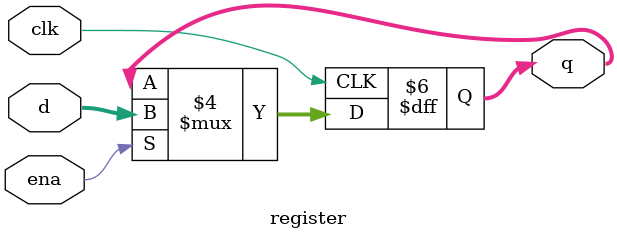
<source format=v>
module register
(
	input clk,
	input ena,
	input [7:0] d,
	output reg [7:0] q 
);

always @(posedge clk)
begin
	if (ena == 1'b1)
		q <= d;
	else
		q <= q;
end

endmodule

</source>
